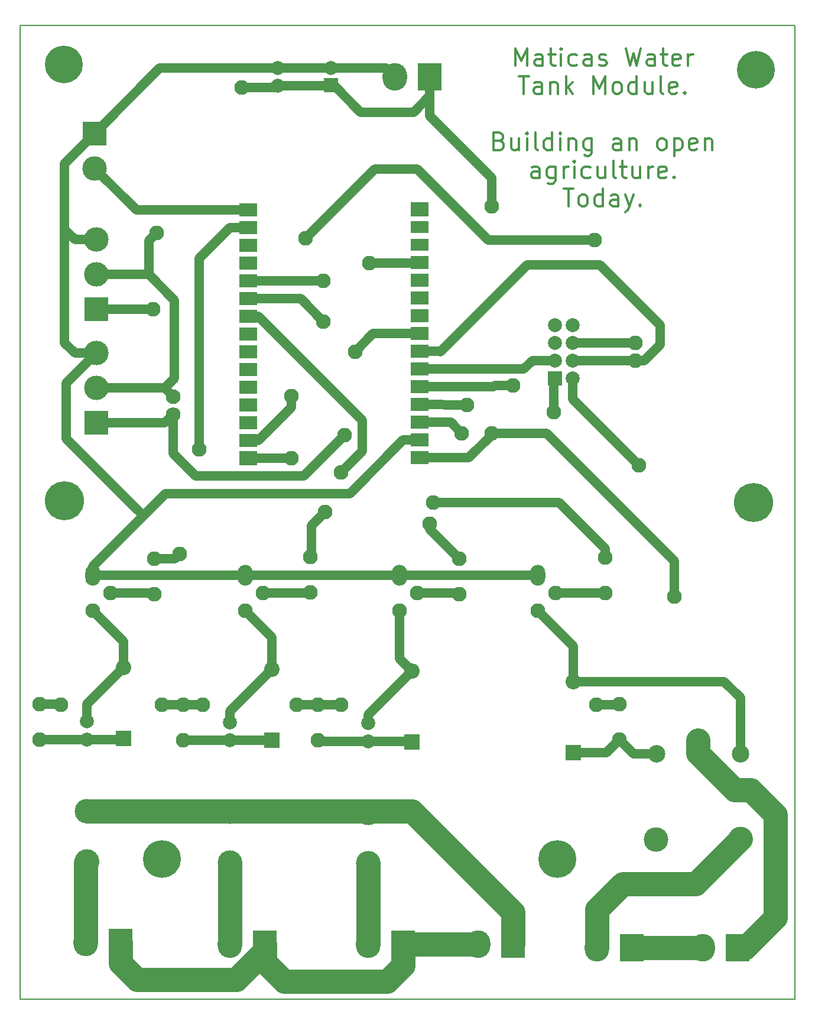
<source format=gbr>
%TF.GenerationSoftware,KiCad,Pcbnew,7.0.3*%
%TF.CreationDate,2023-06-20T17:45:45-05:00*%
%TF.ProjectId,intregration1,696e7472-6567-4726-9174-696f6e312e6b,rev?*%
%TF.SameCoordinates,Original*%
%TF.FileFunction,Copper,L1,Top*%
%TF.FilePolarity,Positive*%
%FSLAX46Y46*%
G04 Gerber Fmt 4.6, Leading zero omitted, Abs format (unit mm)*
G04 Created by KiCad (PCBNEW 7.0.3) date 2023-06-20 17:45:45*
%MOMM*%
%LPD*%
G01*
G04 APERTURE LIST*
%TA.AperFunction,NonConductor*%
%ADD10C,0.200000*%
%TD*%
%ADD11C,0.300000*%
%TA.AperFunction,NonConductor*%
%ADD12C,0.300000*%
%TD*%
%TA.AperFunction,ComponentPad*%
%ADD13C,2.125000*%
%TD*%
%TA.AperFunction,ComponentPad*%
%ADD14O,2.125000X2.125000*%
%TD*%
%TA.AperFunction,ComponentPad*%
%ADD15C,2.100000*%
%TD*%
%TA.AperFunction,ComponentPad*%
%ADD16O,2.125000X2.000000*%
%TD*%
%TA.AperFunction,ComponentPad*%
%ADD17R,2.200000X2.200000*%
%TD*%
%TA.AperFunction,ComponentPad*%
%ADD18O,2.200000X2.200000*%
%TD*%
%TA.AperFunction,ComponentPad*%
%ADD19R,3.500000X3.960000*%
%TD*%
%TA.AperFunction,ComponentPad*%
%ADD20O,3.500000X3.960000*%
%TD*%
%TA.AperFunction,ComponentPad*%
%ADD21C,5.600000*%
%TD*%
%TA.AperFunction,ComponentPad*%
%ADD22R,3.500000X3.500000*%
%TD*%
%TA.AperFunction,ComponentPad*%
%ADD23C,3.500000*%
%TD*%
%TA.AperFunction,ComponentPad*%
%ADD24C,5.400000*%
%TD*%
%TA.AperFunction,ComponentPad*%
%ADD25C,2.000000*%
%TD*%
%TA.AperFunction,ComponentPad*%
%ADD26R,2.540000X2.000000*%
%TD*%
%TA.AperFunction,ComponentPad*%
%ADD27R,2.540000X1.950000*%
%TD*%
%TA.AperFunction,ComponentPad*%
%ADD28O,2.125000X3.000000*%
%TD*%
%TA.AperFunction,ComponentPad*%
%ADD29R,2.540000X2.100000*%
%TD*%
%TA.AperFunction,ComponentPad*%
%ADD30R,2.540000X1.740000*%
%TD*%
%TA.AperFunction,ComponentPad*%
%ADD31C,3.000000*%
%TD*%
%TA.AperFunction,ComponentPad*%
%ADD32C,2.500000*%
%TD*%
%TA.AperFunction,ComponentPad*%
%ADD33R,2.000000X2.000000*%
%TD*%
%TA.AperFunction,ViaPad*%
%ADD34C,2.125000*%
%TD*%
%TA.AperFunction,Conductor*%
%ADD35C,1.330000*%
%TD*%
%TA.AperFunction,Conductor*%
%ADD36C,3.500000*%
%TD*%
G04 APERTURE END LIST*
D10*
X48006000Y-27940000D02*
X159004000Y-27940000D01*
X159004000Y-167386000D01*
X48006000Y-167386000D01*
X48006000Y-27940000D01*
D11*
D12*
X118955844Y-33750447D02*
X118955844Y-31250447D01*
X118955844Y-31250447D02*
X119789177Y-33036161D01*
X119789177Y-33036161D02*
X120622510Y-31250447D01*
X120622510Y-31250447D02*
X120622510Y-33750447D01*
X122884415Y-33750447D02*
X122884415Y-32440923D01*
X122884415Y-32440923D02*
X122765368Y-32202828D01*
X122765368Y-32202828D02*
X122527272Y-32083780D01*
X122527272Y-32083780D02*
X122051082Y-32083780D01*
X122051082Y-32083780D02*
X121812987Y-32202828D01*
X122884415Y-33631400D02*
X122646320Y-33750447D01*
X122646320Y-33750447D02*
X122051082Y-33750447D01*
X122051082Y-33750447D02*
X121812987Y-33631400D01*
X121812987Y-33631400D02*
X121693939Y-33393304D01*
X121693939Y-33393304D02*
X121693939Y-33155209D01*
X121693939Y-33155209D02*
X121812987Y-32917114D01*
X121812987Y-32917114D02*
X122051082Y-32798066D01*
X122051082Y-32798066D02*
X122646320Y-32798066D01*
X122646320Y-32798066D02*
X122884415Y-32679019D01*
X123717749Y-32083780D02*
X124670130Y-32083780D01*
X124074892Y-31250447D02*
X124074892Y-33393304D01*
X124074892Y-33393304D02*
X124193939Y-33631400D01*
X124193939Y-33631400D02*
X124432034Y-33750447D01*
X124432034Y-33750447D02*
X124670130Y-33750447D01*
X125503463Y-33750447D02*
X125503463Y-32083780D01*
X125503463Y-31250447D02*
X125384415Y-31369495D01*
X125384415Y-31369495D02*
X125503463Y-31488542D01*
X125503463Y-31488542D02*
X125622510Y-31369495D01*
X125622510Y-31369495D02*
X125503463Y-31250447D01*
X125503463Y-31250447D02*
X125503463Y-31488542D01*
X127765367Y-33631400D02*
X127527272Y-33750447D01*
X127527272Y-33750447D02*
X127051081Y-33750447D01*
X127051081Y-33750447D02*
X126812986Y-33631400D01*
X126812986Y-33631400D02*
X126693939Y-33512352D01*
X126693939Y-33512352D02*
X126574891Y-33274257D01*
X126574891Y-33274257D02*
X126574891Y-32559971D01*
X126574891Y-32559971D02*
X126693939Y-32321876D01*
X126693939Y-32321876D02*
X126812986Y-32202828D01*
X126812986Y-32202828D02*
X127051081Y-32083780D01*
X127051081Y-32083780D02*
X127527272Y-32083780D01*
X127527272Y-32083780D02*
X127765367Y-32202828D01*
X129908224Y-33750447D02*
X129908224Y-32440923D01*
X129908224Y-32440923D02*
X129789177Y-32202828D01*
X129789177Y-32202828D02*
X129551081Y-32083780D01*
X129551081Y-32083780D02*
X129074891Y-32083780D01*
X129074891Y-32083780D02*
X128836796Y-32202828D01*
X129908224Y-33631400D02*
X129670129Y-33750447D01*
X129670129Y-33750447D02*
X129074891Y-33750447D01*
X129074891Y-33750447D02*
X128836796Y-33631400D01*
X128836796Y-33631400D02*
X128717748Y-33393304D01*
X128717748Y-33393304D02*
X128717748Y-33155209D01*
X128717748Y-33155209D02*
X128836796Y-32917114D01*
X128836796Y-32917114D02*
X129074891Y-32798066D01*
X129074891Y-32798066D02*
X129670129Y-32798066D01*
X129670129Y-32798066D02*
X129908224Y-32679019D01*
X130979653Y-33631400D02*
X131217748Y-33750447D01*
X131217748Y-33750447D02*
X131693939Y-33750447D01*
X131693939Y-33750447D02*
X131932034Y-33631400D01*
X131932034Y-33631400D02*
X132051082Y-33393304D01*
X132051082Y-33393304D02*
X132051082Y-33274257D01*
X132051082Y-33274257D02*
X131932034Y-33036161D01*
X131932034Y-33036161D02*
X131693939Y-32917114D01*
X131693939Y-32917114D02*
X131336796Y-32917114D01*
X131336796Y-32917114D02*
X131098701Y-32798066D01*
X131098701Y-32798066D02*
X130979653Y-32559971D01*
X130979653Y-32559971D02*
X130979653Y-32440923D01*
X130979653Y-32440923D02*
X131098701Y-32202828D01*
X131098701Y-32202828D02*
X131336796Y-32083780D01*
X131336796Y-32083780D02*
X131693939Y-32083780D01*
X131693939Y-32083780D02*
X131932034Y-32202828D01*
X134789177Y-31250447D02*
X135384415Y-33750447D01*
X135384415Y-33750447D02*
X135860606Y-31964733D01*
X135860606Y-31964733D02*
X136336796Y-33750447D01*
X136336796Y-33750447D02*
X136932035Y-31250447D01*
X138955844Y-33750447D02*
X138955844Y-32440923D01*
X138955844Y-32440923D02*
X138836797Y-32202828D01*
X138836797Y-32202828D02*
X138598701Y-32083780D01*
X138598701Y-32083780D02*
X138122511Y-32083780D01*
X138122511Y-32083780D02*
X137884416Y-32202828D01*
X138955844Y-33631400D02*
X138717749Y-33750447D01*
X138717749Y-33750447D02*
X138122511Y-33750447D01*
X138122511Y-33750447D02*
X137884416Y-33631400D01*
X137884416Y-33631400D02*
X137765368Y-33393304D01*
X137765368Y-33393304D02*
X137765368Y-33155209D01*
X137765368Y-33155209D02*
X137884416Y-32917114D01*
X137884416Y-32917114D02*
X138122511Y-32798066D01*
X138122511Y-32798066D02*
X138717749Y-32798066D01*
X138717749Y-32798066D02*
X138955844Y-32679019D01*
X139789178Y-32083780D02*
X140741559Y-32083780D01*
X140146321Y-31250447D02*
X140146321Y-33393304D01*
X140146321Y-33393304D02*
X140265368Y-33631400D01*
X140265368Y-33631400D02*
X140503463Y-33750447D01*
X140503463Y-33750447D02*
X140741559Y-33750447D01*
X142527273Y-33631400D02*
X142289177Y-33750447D01*
X142289177Y-33750447D02*
X141812987Y-33750447D01*
X141812987Y-33750447D02*
X141574892Y-33631400D01*
X141574892Y-33631400D02*
X141455844Y-33393304D01*
X141455844Y-33393304D02*
X141455844Y-32440923D01*
X141455844Y-32440923D02*
X141574892Y-32202828D01*
X141574892Y-32202828D02*
X141812987Y-32083780D01*
X141812987Y-32083780D02*
X142289177Y-32083780D01*
X142289177Y-32083780D02*
X142527273Y-32202828D01*
X142527273Y-32202828D02*
X142646320Y-32440923D01*
X142646320Y-32440923D02*
X142646320Y-32679019D01*
X142646320Y-32679019D02*
X141455844Y-32917114D01*
X143717749Y-33750447D02*
X143717749Y-32083780D01*
X143717749Y-32559971D02*
X143836796Y-32321876D01*
X143836796Y-32321876D02*
X143955844Y-32202828D01*
X143955844Y-32202828D02*
X144193939Y-32083780D01*
X144193939Y-32083780D02*
X144432034Y-32083780D01*
X119432034Y-35275447D02*
X120860605Y-35275447D01*
X120146319Y-37775447D02*
X120146319Y-35275447D01*
X122765367Y-37775447D02*
X122765367Y-36465923D01*
X122765367Y-36465923D02*
X122646320Y-36227828D01*
X122646320Y-36227828D02*
X122408224Y-36108780D01*
X122408224Y-36108780D02*
X121932034Y-36108780D01*
X121932034Y-36108780D02*
X121693939Y-36227828D01*
X122765367Y-37656400D02*
X122527272Y-37775447D01*
X122527272Y-37775447D02*
X121932034Y-37775447D01*
X121932034Y-37775447D02*
X121693939Y-37656400D01*
X121693939Y-37656400D02*
X121574891Y-37418304D01*
X121574891Y-37418304D02*
X121574891Y-37180209D01*
X121574891Y-37180209D02*
X121693939Y-36942114D01*
X121693939Y-36942114D02*
X121932034Y-36823066D01*
X121932034Y-36823066D02*
X122527272Y-36823066D01*
X122527272Y-36823066D02*
X122765367Y-36704019D01*
X123955844Y-36108780D02*
X123955844Y-37775447D01*
X123955844Y-36346876D02*
X124074891Y-36227828D01*
X124074891Y-36227828D02*
X124312986Y-36108780D01*
X124312986Y-36108780D02*
X124670129Y-36108780D01*
X124670129Y-36108780D02*
X124908225Y-36227828D01*
X124908225Y-36227828D02*
X125027272Y-36465923D01*
X125027272Y-36465923D02*
X125027272Y-37775447D01*
X126217749Y-37775447D02*
X126217749Y-35275447D01*
X126455844Y-36823066D02*
X127170130Y-37775447D01*
X127170130Y-36108780D02*
X126217749Y-37061161D01*
X130146321Y-37775447D02*
X130146321Y-35275447D01*
X130146321Y-35275447D02*
X130979654Y-37061161D01*
X130979654Y-37061161D02*
X131812987Y-35275447D01*
X131812987Y-35275447D02*
X131812987Y-37775447D01*
X133360606Y-37775447D02*
X133122511Y-37656400D01*
X133122511Y-37656400D02*
X133003464Y-37537352D01*
X133003464Y-37537352D02*
X132884416Y-37299257D01*
X132884416Y-37299257D02*
X132884416Y-36584971D01*
X132884416Y-36584971D02*
X133003464Y-36346876D01*
X133003464Y-36346876D02*
X133122511Y-36227828D01*
X133122511Y-36227828D02*
X133360606Y-36108780D01*
X133360606Y-36108780D02*
X133717749Y-36108780D01*
X133717749Y-36108780D02*
X133955845Y-36227828D01*
X133955845Y-36227828D02*
X134074892Y-36346876D01*
X134074892Y-36346876D02*
X134193940Y-36584971D01*
X134193940Y-36584971D02*
X134193940Y-37299257D01*
X134193940Y-37299257D02*
X134074892Y-37537352D01*
X134074892Y-37537352D02*
X133955845Y-37656400D01*
X133955845Y-37656400D02*
X133717749Y-37775447D01*
X133717749Y-37775447D02*
X133360606Y-37775447D01*
X136336797Y-37775447D02*
X136336797Y-35275447D01*
X136336797Y-37656400D02*
X136098702Y-37775447D01*
X136098702Y-37775447D02*
X135622511Y-37775447D01*
X135622511Y-37775447D02*
X135384416Y-37656400D01*
X135384416Y-37656400D02*
X135265369Y-37537352D01*
X135265369Y-37537352D02*
X135146321Y-37299257D01*
X135146321Y-37299257D02*
X135146321Y-36584971D01*
X135146321Y-36584971D02*
X135265369Y-36346876D01*
X135265369Y-36346876D02*
X135384416Y-36227828D01*
X135384416Y-36227828D02*
X135622511Y-36108780D01*
X135622511Y-36108780D02*
X136098702Y-36108780D01*
X136098702Y-36108780D02*
X136336797Y-36227828D01*
X138598702Y-36108780D02*
X138598702Y-37775447D01*
X137527274Y-36108780D02*
X137527274Y-37418304D01*
X137527274Y-37418304D02*
X137646321Y-37656400D01*
X137646321Y-37656400D02*
X137884416Y-37775447D01*
X137884416Y-37775447D02*
X138241559Y-37775447D01*
X138241559Y-37775447D02*
X138479655Y-37656400D01*
X138479655Y-37656400D02*
X138598702Y-37537352D01*
X140146321Y-37775447D02*
X139908226Y-37656400D01*
X139908226Y-37656400D02*
X139789179Y-37418304D01*
X139789179Y-37418304D02*
X139789179Y-35275447D01*
X142051084Y-37656400D02*
X141812988Y-37775447D01*
X141812988Y-37775447D02*
X141336798Y-37775447D01*
X141336798Y-37775447D02*
X141098703Y-37656400D01*
X141098703Y-37656400D02*
X140979655Y-37418304D01*
X140979655Y-37418304D02*
X140979655Y-36465923D01*
X140979655Y-36465923D02*
X141098703Y-36227828D01*
X141098703Y-36227828D02*
X141336798Y-36108780D01*
X141336798Y-36108780D02*
X141812988Y-36108780D01*
X141812988Y-36108780D02*
X142051084Y-36227828D01*
X142051084Y-36227828D02*
X142170131Y-36465923D01*
X142170131Y-36465923D02*
X142170131Y-36704019D01*
X142170131Y-36704019D02*
X140979655Y-36942114D01*
X143241560Y-37537352D02*
X143360607Y-37656400D01*
X143360607Y-37656400D02*
X143241560Y-37775447D01*
X143241560Y-37775447D02*
X143122512Y-37656400D01*
X143122512Y-37656400D02*
X143241560Y-37537352D01*
X143241560Y-37537352D02*
X143241560Y-37775447D01*
X116693938Y-44515923D02*
X117051081Y-44634971D01*
X117051081Y-44634971D02*
X117170128Y-44754019D01*
X117170128Y-44754019D02*
X117289176Y-44992114D01*
X117289176Y-44992114D02*
X117289176Y-45349257D01*
X117289176Y-45349257D02*
X117170128Y-45587352D01*
X117170128Y-45587352D02*
X117051081Y-45706400D01*
X117051081Y-45706400D02*
X116812986Y-45825447D01*
X116812986Y-45825447D02*
X115860605Y-45825447D01*
X115860605Y-45825447D02*
X115860605Y-43325447D01*
X115860605Y-43325447D02*
X116693938Y-43325447D01*
X116693938Y-43325447D02*
X116932033Y-43444495D01*
X116932033Y-43444495D02*
X117051081Y-43563542D01*
X117051081Y-43563542D02*
X117170128Y-43801638D01*
X117170128Y-43801638D02*
X117170128Y-44039733D01*
X117170128Y-44039733D02*
X117051081Y-44277828D01*
X117051081Y-44277828D02*
X116932033Y-44396876D01*
X116932033Y-44396876D02*
X116693938Y-44515923D01*
X116693938Y-44515923D02*
X115860605Y-44515923D01*
X119432033Y-44158780D02*
X119432033Y-45825447D01*
X118360605Y-44158780D02*
X118360605Y-45468304D01*
X118360605Y-45468304D02*
X118479652Y-45706400D01*
X118479652Y-45706400D02*
X118717747Y-45825447D01*
X118717747Y-45825447D02*
X119074890Y-45825447D01*
X119074890Y-45825447D02*
X119312986Y-45706400D01*
X119312986Y-45706400D02*
X119432033Y-45587352D01*
X120622510Y-45825447D02*
X120622510Y-44158780D01*
X120622510Y-43325447D02*
X120503462Y-43444495D01*
X120503462Y-43444495D02*
X120622510Y-43563542D01*
X120622510Y-43563542D02*
X120741557Y-43444495D01*
X120741557Y-43444495D02*
X120622510Y-43325447D01*
X120622510Y-43325447D02*
X120622510Y-43563542D01*
X122170128Y-45825447D02*
X121932033Y-45706400D01*
X121932033Y-45706400D02*
X121812986Y-45468304D01*
X121812986Y-45468304D02*
X121812986Y-43325447D01*
X124193938Y-45825447D02*
X124193938Y-43325447D01*
X124193938Y-45706400D02*
X123955843Y-45825447D01*
X123955843Y-45825447D02*
X123479652Y-45825447D01*
X123479652Y-45825447D02*
X123241557Y-45706400D01*
X123241557Y-45706400D02*
X123122510Y-45587352D01*
X123122510Y-45587352D02*
X123003462Y-45349257D01*
X123003462Y-45349257D02*
X123003462Y-44634971D01*
X123003462Y-44634971D02*
X123122510Y-44396876D01*
X123122510Y-44396876D02*
X123241557Y-44277828D01*
X123241557Y-44277828D02*
X123479652Y-44158780D01*
X123479652Y-44158780D02*
X123955843Y-44158780D01*
X123955843Y-44158780D02*
X124193938Y-44277828D01*
X125384415Y-45825447D02*
X125384415Y-44158780D01*
X125384415Y-43325447D02*
X125265367Y-43444495D01*
X125265367Y-43444495D02*
X125384415Y-43563542D01*
X125384415Y-43563542D02*
X125503462Y-43444495D01*
X125503462Y-43444495D02*
X125384415Y-43325447D01*
X125384415Y-43325447D02*
X125384415Y-43563542D01*
X126574891Y-44158780D02*
X126574891Y-45825447D01*
X126574891Y-44396876D02*
X126693938Y-44277828D01*
X126693938Y-44277828D02*
X126932033Y-44158780D01*
X126932033Y-44158780D02*
X127289176Y-44158780D01*
X127289176Y-44158780D02*
X127527272Y-44277828D01*
X127527272Y-44277828D02*
X127646319Y-44515923D01*
X127646319Y-44515923D02*
X127646319Y-45825447D01*
X129908224Y-44158780D02*
X129908224Y-46182590D01*
X129908224Y-46182590D02*
X129789177Y-46420685D01*
X129789177Y-46420685D02*
X129670129Y-46539733D01*
X129670129Y-46539733D02*
X129432034Y-46658780D01*
X129432034Y-46658780D02*
X129074891Y-46658780D01*
X129074891Y-46658780D02*
X128836796Y-46539733D01*
X129908224Y-45706400D02*
X129670129Y-45825447D01*
X129670129Y-45825447D02*
X129193938Y-45825447D01*
X129193938Y-45825447D02*
X128955843Y-45706400D01*
X128955843Y-45706400D02*
X128836796Y-45587352D01*
X128836796Y-45587352D02*
X128717748Y-45349257D01*
X128717748Y-45349257D02*
X128717748Y-44634971D01*
X128717748Y-44634971D02*
X128836796Y-44396876D01*
X128836796Y-44396876D02*
X128955843Y-44277828D01*
X128955843Y-44277828D02*
X129193938Y-44158780D01*
X129193938Y-44158780D02*
X129670129Y-44158780D01*
X129670129Y-44158780D02*
X129908224Y-44277828D01*
X134074891Y-45825447D02*
X134074891Y-44515923D01*
X134074891Y-44515923D02*
X133955844Y-44277828D01*
X133955844Y-44277828D02*
X133717748Y-44158780D01*
X133717748Y-44158780D02*
X133241558Y-44158780D01*
X133241558Y-44158780D02*
X133003463Y-44277828D01*
X134074891Y-45706400D02*
X133836796Y-45825447D01*
X133836796Y-45825447D02*
X133241558Y-45825447D01*
X133241558Y-45825447D02*
X133003463Y-45706400D01*
X133003463Y-45706400D02*
X132884415Y-45468304D01*
X132884415Y-45468304D02*
X132884415Y-45230209D01*
X132884415Y-45230209D02*
X133003463Y-44992114D01*
X133003463Y-44992114D02*
X133241558Y-44873066D01*
X133241558Y-44873066D02*
X133836796Y-44873066D01*
X133836796Y-44873066D02*
X134074891Y-44754019D01*
X135265368Y-44158780D02*
X135265368Y-45825447D01*
X135265368Y-44396876D02*
X135384415Y-44277828D01*
X135384415Y-44277828D02*
X135622510Y-44158780D01*
X135622510Y-44158780D02*
X135979653Y-44158780D01*
X135979653Y-44158780D02*
X136217749Y-44277828D01*
X136217749Y-44277828D02*
X136336796Y-44515923D01*
X136336796Y-44515923D02*
X136336796Y-45825447D01*
X139789177Y-45825447D02*
X139551082Y-45706400D01*
X139551082Y-45706400D02*
X139432035Y-45587352D01*
X139432035Y-45587352D02*
X139312987Y-45349257D01*
X139312987Y-45349257D02*
X139312987Y-44634971D01*
X139312987Y-44634971D02*
X139432035Y-44396876D01*
X139432035Y-44396876D02*
X139551082Y-44277828D01*
X139551082Y-44277828D02*
X139789177Y-44158780D01*
X139789177Y-44158780D02*
X140146320Y-44158780D01*
X140146320Y-44158780D02*
X140384416Y-44277828D01*
X140384416Y-44277828D02*
X140503463Y-44396876D01*
X140503463Y-44396876D02*
X140622511Y-44634971D01*
X140622511Y-44634971D02*
X140622511Y-45349257D01*
X140622511Y-45349257D02*
X140503463Y-45587352D01*
X140503463Y-45587352D02*
X140384416Y-45706400D01*
X140384416Y-45706400D02*
X140146320Y-45825447D01*
X140146320Y-45825447D02*
X139789177Y-45825447D01*
X141693940Y-44158780D02*
X141693940Y-46658780D01*
X141693940Y-44277828D02*
X141932035Y-44158780D01*
X141932035Y-44158780D02*
X142408225Y-44158780D01*
X142408225Y-44158780D02*
X142646321Y-44277828D01*
X142646321Y-44277828D02*
X142765368Y-44396876D01*
X142765368Y-44396876D02*
X142884416Y-44634971D01*
X142884416Y-44634971D02*
X142884416Y-45349257D01*
X142884416Y-45349257D02*
X142765368Y-45587352D01*
X142765368Y-45587352D02*
X142646321Y-45706400D01*
X142646321Y-45706400D02*
X142408225Y-45825447D01*
X142408225Y-45825447D02*
X141932035Y-45825447D01*
X141932035Y-45825447D02*
X141693940Y-45706400D01*
X144908226Y-45706400D02*
X144670130Y-45825447D01*
X144670130Y-45825447D02*
X144193940Y-45825447D01*
X144193940Y-45825447D02*
X143955845Y-45706400D01*
X143955845Y-45706400D02*
X143836797Y-45468304D01*
X143836797Y-45468304D02*
X143836797Y-44515923D01*
X143836797Y-44515923D02*
X143955845Y-44277828D01*
X143955845Y-44277828D02*
X144193940Y-44158780D01*
X144193940Y-44158780D02*
X144670130Y-44158780D01*
X144670130Y-44158780D02*
X144908226Y-44277828D01*
X144908226Y-44277828D02*
X145027273Y-44515923D01*
X145027273Y-44515923D02*
X145027273Y-44754019D01*
X145027273Y-44754019D02*
X143836797Y-44992114D01*
X146098702Y-44158780D02*
X146098702Y-45825447D01*
X146098702Y-44396876D02*
X146217749Y-44277828D01*
X146217749Y-44277828D02*
X146455844Y-44158780D01*
X146455844Y-44158780D02*
X146812987Y-44158780D01*
X146812987Y-44158780D02*
X147051083Y-44277828D01*
X147051083Y-44277828D02*
X147170130Y-44515923D01*
X147170130Y-44515923D02*
X147170130Y-45825447D01*
X122408225Y-49850447D02*
X122408225Y-48540923D01*
X122408225Y-48540923D02*
X122289178Y-48302828D01*
X122289178Y-48302828D02*
X122051082Y-48183780D01*
X122051082Y-48183780D02*
X121574892Y-48183780D01*
X121574892Y-48183780D02*
X121336797Y-48302828D01*
X122408225Y-49731400D02*
X122170130Y-49850447D01*
X122170130Y-49850447D02*
X121574892Y-49850447D01*
X121574892Y-49850447D02*
X121336797Y-49731400D01*
X121336797Y-49731400D02*
X121217749Y-49493304D01*
X121217749Y-49493304D02*
X121217749Y-49255209D01*
X121217749Y-49255209D02*
X121336797Y-49017114D01*
X121336797Y-49017114D02*
X121574892Y-48898066D01*
X121574892Y-48898066D02*
X122170130Y-48898066D01*
X122170130Y-48898066D02*
X122408225Y-48779019D01*
X124670130Y-48183780D02*
X124670130Y-50207590D01*
X124670130Y-50207590D02*
X124551083Y-50445685D01*
X124551083Y-50445685D02*
X124432035Y-50564733D01*
X124432035Y-50564733D02*
X124193940Y-50683780D01*
X124193940Y-50683780D02*
X123836797Y-50683780D01*
X123836797Y-50683780D02*
X123598702Y-50564733D01*
X124670130Y-49731400D02*
X124432035Y-49850447D01*
X124432035Y-49850447D02*
X123955844Y-49850447D01*
X123955844Y-49850447D02*
X123717749Y-49731400D01*
X123717749Y-49731400D02*
X123598702Y-49612352D01*
X123598702Y-49612352D02*
X123479654Y-49374257D01*
X123479654Y-49374257D02*
X123479654Y-48659971D01*
X123479654Y-48659971D02*
X123598702Y-48421876D01*
X123598702Y-48421876D02*
X123717749Y-48302828D01*
X123717749Y-48302828D02*
X123955844Y-48183780D01*
X123955844Y-48183780D02*
X124432035Y-48183780D01*
X124432035Y-48183780D02*
X124670130Y-48302828D01*
X125860607Y-49850447D02*
X125860607Y-48183780D01*
X125860607Y-48659971D02*
X125979654Y-48421876D01*
X125979654Y-48421876D02*
X126098702Y-48302828D01*
X126098702Y-48302828D02*
X126336797Y-48183780D01*
X126336797Y-48183780D02*
X126574892Y-48183780D01*
X127408226Y-49850447D02*
X127408226Y-48183780D01*
X127408226Y-47350447D02*
X127289178Y-47469495D01*
X127289178Y-47469495D02*
X127408226Y-47588542D01*
X127408226Y-47588542D02*
X127527273Y-47469495D01*
X127527273Y-47469495D02*
X127408226Y-47350447D01*
X127408226Y-47350447D02*
X127408226Y-47588542D01*
X129670130Y-49731400D02*
X129432035Y-49850447D01*
X129432035Y-49850447D02*
X128955844Y-49850447D01*
X128955844Y-49850447D02*
X128717749Y-49731400D01*
X128717749Y-49731400D02*
X128598702Y-49612352D01*
X128598702Y-49612352D02*
X128479654Y-49374257D01*
X128479654Y-49374257D02*
X128479654Y-48659971D01*
X128479654Y-48659971D02*
X128598702Y-48421876D01*
X128598702Y-48421876D02*
X128717749Y-48302828D01*
X128717749Y-48302828D02*
X128955844Y-48183780D01*
X128955844Y-48183780D02*
X129432035Y-48183780D01*
X129432035Y-48183780D02*
X129670130Y-48302828D01*
X131812987Y-48183780D02*
X131812987Y-49850447D01*
X130741559Y-48183780D02*
X130741559Y-49493304D01*
X130741559Y-49493304D02*
X130860606Y-49731400D01*
X130860606Y-49731400D02*
X131098701Y-49850447D01*
X131098701Y-49850447D02*
X131455844Y-49850447D01*
X131455844Y-49850447D02*
X131693940Y-49731400D01*
X131693940Y-49731400D02*
X131812987Y-49612352D01*
X133360606Y-49850447D02*
X133122511Y-49731400D01*
X133122511Y-49731400D02*
X133003464Y-49493304D01*
X133003464Y-49493304D02*
X133003464Y-47350447D01*
X133955845Y-48183780D02*
X134908226Y-48183780D01*
X134312988Y-47350447D02*
X134312988Y-49493304D01*
X134312988Y-49493304D02*
X134432035Y-49731400D01*
X134432035Y-49731400D02*
X134670130Y-49850447D01*
X134670130Y-49850447D02*
X134908226Y-49850447D01*
X136812987Y-48183780D02*
X136812987Y-49850447D01*
X135741559Y-48183780D02*
X135741559Y-49493304D01*
X135741559Y-49493304D02*
X135860606Y-49731400D01*
X135860606Y-49731400D02*
X136098701Y-49850447D01*
X136098701Y-49850447D02*
X136455844Y-49850447D01*
X136455844Y-49850447D02*
X136693940Y-49731400D01*
X136693940Y-49731400D02*
X136812987Y-49612352D01*
X138003464Y-49850447D02*
X138003464Y-48183780D01*
X138003464Y-48659971D02*
X138122511Y-48421876D01*
X138122511Y-48421876D02*
X138241559Y-48302828D01*
X138241559Y-48302828D02*
X138479654Y-48183780D01*
X138479654Y-48183780D02*
X138717749Y-48183780D01*
X140503464Y-49731400D02*
X140265368Y-49850447D01*
X140265368Y-49850447D02*
X139789178Y-49850447D01*
X139789178Y-49850447D02*
X139551083Y-49731400D01*
X139551083Y-49731400D02*
X139432035Y-49493304D01*
X139432035Y-49493304D02*
X139432035Y-48540923D01*
X139432035Y-48540923D02*
X139551083Y-48302828D01*
X139551083Y-48302828D02*
X139789178Y-48183780D01*
X139789178Y-48183780D02*
X140265368Y-48183780D01*
X140265368Y-48183780D02*
X140503464Y-48302828D01*
X140503464Y-48302828D02*
X140622511Y-48540923D01*
X140622511Y-48540923D02*
X140622511Y-48779019D01*
X140622511Y-48779019D02*
X139432035Y-49017114D01*
X141693940Y-49612352D02*
X141812987Y-49731400D01*
X141812987Y-49731400D02*
X141693940Y-49850447D01*
X141693940Y-49850447D02*
X141574892Y-49731400D01*
X141574892Y-49731400D02*
X141693940Y-49612352D01*
X141693940Y-49612352D02*
X141693940Y-49850447D01*
X125860606Y-51375447D02*
X127289177Y-51375447D01*
X126574891Y-53875447D02*
X126574891Y-51375447D01*
X128479653Y-53875447D02*
X128241558Y-53756400D01*
X128241558Y-53756400D02*
X128122511Y-53637352D01*
X128122511Y-53637352D02*
X128003463Y-53399257D01*
X128003463Y-53399257D02*
X128003463Y-52684971D01*
X128003463Y-52684971D02*
X128122511Y-52446876D01*
X128122511Y-52446876D02*
X128241558Y-52327828D01*
X128241558Y-52327828D02*
X128479653Y-52208780D01*
X128479653Y-52208780D02*
X128836796Y-52208780D01*
X128836796Y-52208780D02*
X129074892Y-52327828D01*
X129074892Y-52327828D02*
X129193939Y-52446876D01*
X129193939Y-52446876D02*
X129312987Y-52684971D01*
X129312987Y-52684971D02*
X129312987Y-53399257D01*
X129312987Y-53399257D02*
X129193939Y-53637352D01*
X129193939Y-53637352D02*
X129074892Y-53756400D01*
X129074892Y-53756400D02*
X128836796Y-53875447D01*
X128836796Y-53875447D02*
X128479653Y-53875447D01*
X131455844Y-53875447D02*
X131455844Y-51375447D01*
X131455844Y-53756400D02*
X131217749Y-53875447D01*
X131217749Y-53875447D02*
X130741558Y-53875447D01*
X130741558Y-53875447D02*
X130503463Y-53756400D01*
X130503463Y-53756400D02*
X130384416Y-53637352D01*
X130384416Y-53637352D02*
X130265368Y-53399257D01*
X130265368Y-53399257D02*
X130265368Y-52684971D01*
X130265368Y-52684971D02*
X130384416Y-52446876D01*
X130384416Y-52446876D02*
X130503463Y-52327828D01*
X130503463Y-52327828D02*
X130741558Y-52208780D01*
X130741558Y-52208780D02*
X131217749Y-52208780D01*
X131217749Y-52208780D02*
X131455844Y-52327828D01*
X133717749Y-53875447D02*
X133717749Y-52565923D01*
X133717749Y-52565923D02*
X133598702Y-52327828D01*
X133598702Y-52327828D02*
X133360606Y-52208780D01*
X133360606Y-52208780D02*
X132884416Y-52208780D01*
X132884416Y-52208780D02*
X132646321Y-52327828D01*
X133717749Y-53756400D02*
X133479654Y-53875447D01*
X133479654Y-53875447D02*
X132884416Y-53875447D01*
X132884416Y-53875447D02*
X132646321Y-53756400D01*
X132646321Y-53756400D02*
X132527273Y-53518304D01*
X132527273Y-53518304D02*
X132527273Y-53280209D01*
X132527273Y-53280209D02*
X132646321Y-53042114D01*
X132646321Y-53042114D02*
X132884416Y-52923066D01*
X132884416Y-52923066D02*
X133479654Y-52923066D01*
X133479654Y-52923066D02*
X133717749Y-52804019D01*
X134670130Y-52208780D02*
X135265368Y-53875447D01*
X135860607Y-52208780D02*
X135265368Y-53875447D01*
X135265368Y-53875447D02*
X135027273Y-54470685D01*
X135027273Y-54470685D02*
X134908226Y-54589733D01*
X134908226Y-54589733D02*
X134670130Y-54708780D01*
X136812988Y-53637352D02*
X136932035Y-53756400D01*
X136932035Y-53756400D02*
X136812988Y-53875447D01*
X136812988Y-53875447D02*
X136693940Y-53756400D01*
X136693940Y-53756400D02*
X136812988Y-53637352D01*
X136812988Y-53637352D02*
X136812988Y-53875447D01*
D13*
%TO.P,R6,1*%
%TO.N,Net-(D1-K)*%
X50800000Y-130252000D03*
D14*
%TO.P,R6,2*%
%TO.N,5v*%
X50800000Y-125172000D03*
%TD*%
D15*
%TO.P,R1,1*%
%TO.N,5v*%
X69957500Y-81147500D03*
D16*
%TO.P,R1,2*%
%TO.N,D25*%
X69957500Y-83687500D03*
%TD*%
D17*
%TO.P,D2,1,K*%
%TO.N,Net-(D2-K)*%
X104140000Y-130556000D03*
D18*
%TO.P,D2,2,A*%
%TO.N,Net-(D2-A)*%
X104140000Y-120396000D03*
%TD*%
D13*
%TO.P,R2,1*%
%TO.N,D22*%
X67230000Y-104317000D03*
D14*
%TO.P,R2,2*%
%TO.N,Net-(Q1-B)*%
X67230000Y-109397000D03*
%TD*%
D19*
%TO.P,J_fan1,1,Pin_1*%
%TO.N,AC2*%
X62404000Y-159258000D03*
D20*
%TO.P,J_fan1,2,Pin_2*%
%TO.N,Net-(J_fan1-Pin_2)*%
X57404000Y-159258000D03*
%TD*%
D19*
%TO.P,5V1,1,Pin_1*%
%TO.N,5v*%
X106717000Y-35352000D03*
D20*
%TO.P,5V1,2,Pin_2*%
%TO.N,GND5V*%
X101717000Y-35352000D03*
%TD*%
D13*
%TO.P,R5,1*%
%TO.N,D21*%
X131826000Y-104190000D03*
D14*
%TO.P,R5,2*%
%TO.N,Net-(Q4-B)*%
X131826000Y-109270000D03*
%TD*%
D19*
%TO.P,J_LOAD2,1,Pin_1*%
%TO.N,GND LOAD*%
X135665000Y-160020000D03*
D20*
%TO.P,J_LOAD2,2,Pin_2*%
%TO.N,Normally O*%
X130665000Y-160020000D03*
%TD*%
D21*
%TO.P,H6,1*%
%TO.N,N/C*%
X54356000Y-96012000D03*
%TD*%
D22*
%TO.P,J2,1,Pin_1*%
%TO.N,D34*%
X58889000Y-68651500D03*
D23*
%TO.P,J2,2,Pin_2*%
%TO.N,5v*%
X58889000Y-63651500D03*
%TO.P,J2,3,Pin_3*%
%TO.N,GND5V*%
X58889000Y-58651500D03*
%TD*%
D24*
%TO.P,H2,1*%
%TO.N,N/C*%
X153416000Y-34290000D03*
%TD*%
D25*
%TO.P,C2,1*%
%TO.N,5v*%
X84953000Y-36602000D03*
%TO.P,C2,2*%
%TO.N,GND5V*%
X84953000Y-34102000D03*
%TD*%
D22*
%TO.P,J1,1,Pin_1*%
%TO.N,D25*%
X58889000Y-84907500D03*
D23*
%TO.P,J1,2,Pin_2*%
%TO.N,5v*%
X58889000Y-79907500D03*
%TO.P,J1,3,Pin_3*%
%TO.N,GND5V*%
X58889000Y-74907500D03*
%TD*%
D19*
%TO.P,J_AC_INPUT1,1,Pin_1*%
%TO.N,AC1*%
X118618000Y-159512000D03*
D20*
%TO.P,J_AC_INPUT1,2,Pin_2*%
%TO.N,AC2*%
X113618000Y-159512000D03*
%TD*%
D19*
%TO.P,J_LOAD1,1,Pin_1*%
%TO.N,LOAD IN*%
X150825000Y-160020000D03*
D20*
%TO.P,J_LOAD1,2,Pin_2*%
%TO.N,GND LOAD*%
X145825000Y-160020000D03*
%TD*%
D26*
%TO.P,J_esp1,1,Pin_1*%
%TO.N,3V3*%
X80674500Y-89962000D03*
D27*
%TO.P,J_esp1,2,Pin_2*%
%TO.N,GND2*%
X80674500Y-87422000D03*
%TO.P,J_esp1,3,Pin_3*%
%TO.N,D15*%
X80674500Y-84882000D03*
%TO.P,J_esp1,4,Pin_4*%
%TO.N,D2*%
X80674500Y-82342000D03*
%TO.P,J_esp1,5,Pin_5*%
%TO.N,D4*%
X80674500Y-79802000D03*
%TO.P,J_esp1,6,Pin_6*%
%TO.N,RX2*%
X80674500Y-77262000D03*
%TO.P,J_esp1,7,Pin_7*%
%TO.N,TX2*%
X80674500Y-74722000D03*
%TO.P,J_esp1,8,Pin_8*%
%TO.N,D5*%
X80674500Y-72182000D03*
%TO.P,J_esp1,9,Pin_9*%
%TO.N,D18*%
X80674500Y-69642000D03*
%TO.P,J_esp1,10,Pin_10*%
%TO.N,D19*%
X80674500Y-67102000D03*
%TO.P,J_esp1,11,Pin_11*%
%TO.N,D21*%
X80674500Y-64562000D03*
%TO.P,J_esp1,12,Pin_12*%
%TO.N,RX0*%
X80674500Y-62022000D03*
%TO.P,J_esp1,13,Pin_13*%
%TO.N,TX0*%
X80674500Y-59482000D03*
%TO.P,J_esp1,14,Pin_14*%
%TO.N,D22*%
X80674500Y-56942000D03*
%TO.P,J_esp1,15,Pin_15*%
%TO.N,D23*%
X80674500Y-54402000D03*
%TD*%
D28*
%TO.P,Q2,1,E*%
%TO.N,GND5V*%
X102362000Y-106680000D03*
D14*
%TO.P,Q2,2,B*%
%TO.N,Net-(Q2-B)*%
X104902000Y-109220000D03*
%TO.P,Q2,3,C*%
%TO.N,Net-(D2-A)*%
X102362000Y-111760000D03*
%TD*%
D22*
%TO.P,J4,1,Pin_1*%
%TO.N,GND5V*%
X58674000Y-43434000D03*
D23*
%TO.P,J4,2,Pin_2*%
%TO.N,D23*%
X58674000Y-48434000D03*
%TD*%
D17*
%TO.P,D3,1,K*%
%TO.N,Net-(D3-K)*%
X84074000Y-130302000D03*
D18*
%TO.P,D3,2,A*%
%TO.N,Net-(D3-A)*%
X84074000Y-120142000D03*
%TD*%
D29*
%TO.P,J_esp0,1,Pin_1*%
%TO.N,EN*%
X105215000Y-54323000D03*
D30*
%TO.P,J_esp0,2,Pin_2*%
%TO.N,VP*%
X105215000Y-56863000D03*
%TO.P,J_esp0,3,Pin_3*%
%TO.N,VN*%
X105215000Y-59403000D03*
D27*
%TO.P,J_esp0,4,Pin_4*%
%TO.N,D34*%
X105215000Y-61943000D03*
%TO.P,J_esp0,5,Pin_5*%
%TO.N,D35*%
X105215000Y-64483000D03*
%TO.P,J_esp0,6,Pin_6*%
%TO.N,D32*%
X105215000Y-67023000D03*
%TO.P,J_esp0,7,Pin_7*%
%TO.N,D33*%
X105215000Y-69563000D03*
%TO.P,J_esp0,8,Pin_8*%
%TO.N,D25*%
X105215000Y-72103000D03*
%TO.P,J_esp0,9,Pin_9*%
%TO.N,D26*%
X105215000Y-74643000D03*
%TO.P,J_esp0,10,Pin_10*%
%TO.N,D27*%
X105215000Y-77183000D03*
%TO.P,J_esp0,11,Pin_11*%
%TO.N,D14*%
X105215000Y-79723000D03*
%TO.P,J_esp0,12,Pin_12*%
%TO.N,D12*%
X105215000Y-82263000D03*
%TO.P,J_esp0,13,Pin_13*%
%TO.N,D13*%
X105215000Y-84803000D03*
%TO.P,J_esp0,14,Pin_14*%
%TO.N,GND5V*%
X105215000Y-87343000D03*
%TO.P,J_esp0,15,Pin_15*%
%TO.N,5v*%
X105215000Y-89883000D03*
%TD*%
D23*
%TO.P,U_wpump1,11*%
%TO.N,AC1*%
X97870000Y-140716000D03*
%TO.P,U_wpump1,14*%
%TO.N,Net-(J_wpump1-Pin_2)*%
X97870000Y-147955000D03*
D25*
%TO.P,U_wpump1,A1*%
%TO.N,Net-(D2-K)*%
X97870000Y-130470000D03*
%TO.P,U_wpump1,A2*%
%TO.N,Net-(D2-A)*%
X97870000Y-127889000D03*
%TD*%
D13*
%TO.P,R3,1*%
%TO.N,D18*%
X110918000Y-104317000D03*
D14*
%TO.P,R3,2*%
%TO.N,Net-(Q2-B)*%
X110918000Y-109397000D03*
%TD*%
D19*
%TO.P,J_oxygen1,1,Pin_1*%
%TO.N,AC2*%
X83058000Y-159512000D03*
D20*
%TO.P,J_oxygen1,2,Pin_2*%
%TO.N,Net-(J_oxygen1-Pin_2)*%
X78058000Y-159512000D03*
%TD*%
D24*
%TO.P,H1,1*%
%TO.N,N/C*%
X54256000Y-33528000D03*
%TD*%
D28*
%TO.P,Q1,1,E*%
%TO.N,GND5V*%
X58420000Y-106680000D03*
D14*
%TO.P,Q1,2,B*%
%TO.N,Net-(Q1-B)*%
X60960000Y-109220000D03*
%TO.P,Q1,3,C*%
%TO.N,Net-(D1-A)*%
X58420000Y-111760000D03*
%TD*%
D17*
%TO.P,D4,1,K*%
%TO.N,Net-(D4-K)*%
X127254000Y-132080000D03*
D18*
%TO.P,D4,2,A*%
%TO.N,Net-(D4-A)*%
X127254000Y-121920000D03*
%TD*%
D17*
%TO.P,D1,1,K*%
%TO.N,Net-(D1-K)*%
X62861000Y-130048000D03*
D18*
%TO.P,D1,2,A*%
%TO.N,Net-(D1-A)*%
X62861000Y-119888000D03*
%TD*%
D24*
%TO.P,H3,1*%
%TO.N,N/C*%
X68326000Y-147320000D03*
%TD*%
D31*
%TO.P,K_LIGHTS1,1*%
%TO.N,LOAD IN*%
X145141000Y-130326000D03*
D32*
%TO.P,K_LIGHTS1,2*%
%TO.N,Net-(D4-A)*%
X151191000Y-132276000D03*
D23*
%TO.P,K_LIGHTS1,3*%
%TO.N,Normally O*%
X151191000Y-144476000D03*
%TO.P,K_LIGHTS1,4*%
%TO.N,Normally C*%
X139141000Y-144526000D03*
D32*
%TO.P,K_LIGHTS1,5*%
%TO.N,Net-(D4-K)*%
X139191000Y-132276000D03*
%TD*%
D19*
%TO.P,J_wpump1,1,Pin_1*%
%TO.N,AC2*%
X102870000Y-159512000D03*
D20*
%TO.P,J_wpump1,2,Pin_2*%
%TO.N,Net-(J_wpump1-Pin_2)*%
X97870000Y-159512000D03*
%TD*%
D33*
%TO.P,C1,1*%
%TO.N,5v*%
X92573000Y-36557113D03*
D25*
%TO.P,C1,2*%
%TO.N,GND5V*%
X92573000Y-34057113D03*
%TD*%
D28*
%TO.P,Q3,1,E*%
%TO.N,GND5V*%
X80264000Y-106680000D03*
D14*
%TO.P,Q3,2,B*%
%TO.N,Net-(Q3-B)*%
X82804000Y-109220000D03*
%TO.P,Q3,3,C*%
%TO.N,Net-(D3-A)*%
X80264000Y-111760000D03*
%TD*%
D24*
%TO.P,H4,1*%
%TO.N,N/C*%
X124968000Y-147320000D03*
%TD*%
D13*
%TO.P,R7,1*%
%TO.N,Net-(D2-K)*%
X90678000Y-130295750D03*
D14*
%TO.P,R7,2*%
%TO.N,5v*%
X90678000Y-125215750D03*
%TD*%
D23*
%TO.P,U_oxygen1,11*%
%TO.N,AC1*%
X78058000Y-140589000D03*
%TO.P,U_oxygen1,14*%
%TO.N,Net-(J_oxygen1-Pin_2)*%
X78058000Y-147828000D03*
D25*
%TO.P,U_oxygen1,A1*%
%TO.N,Net-(D3-K)*%
X78058000Y-130343000D03*
%TO.P,U_oxygen1,A2*%
%TO.N,Net-(D3-A)*%
X78058000Y-127762000D03*
%TD*%
D13*
%TO.P,R4,1*%
%TO.N,D19*%
X89582000Y-104063000D03*
D14*
%TO.P,R4,2*%
%TO.N,Net-(Q3-B)*%
X89582000Y-109143000D03*
%TD*%
D13*
%TO.P,R9,1*%
%TO.N,Net-(D4-K)*%
X133858000Y-130252000D03*
D14*
%TO.P,R9,2*%
%TO.N,5v*%
X133858000Y-125172000D03*
%TD*%
D28*
%TO.P,Q4,1,E*%
%TO.N,GND5V*%
X122174000Y-106680000D03*
D14*
%TO.P,Q4,2,B*%
%TO.N,Net-(Q4-B)*%
X124714000Y-109220000D03*
%TO.P,Q4,3,C*%
%TO.N,Net-(D4-A)*%
X122174000Y-111760000D03*
%TD*%
D21*
%TO.P,H5,1*%
%TO.N,N/C*%
X153041000Y-96266000D03*
%TD*%
D33*
%TO.P,U2,1,GND*%
%TO.N,GND2*%
X124668000Y-78523000D03*
D25*
%TO.P,U2,2,VCC*%
%TO.N,3V3*%
X127208000Y-78523000D03*
%TO.P,U2,3,CE*%
%TO.N,D27*%
X124668000Y-75983000D03*
%TO.P,U2,4,~{CSN}*%
%TO.N,D26*%
X127208000Y-75983000D03*
%TO.P,U2,5,SCK*%
%TO.N,D14*%
X124668000Y-73443000D03*
%TO.P,U2,6,MOSI*%
%TO.N,D13*%
X127208000Y-73443000D03*
%TO.P,U2,7,MISO*%
%TO.N,D12*%
X124668000Y-70903000D03*
%TO.P,U2,8,IRQ*%
%TO.N,unconnected-(U2-IRQ-Pad8)*%
X127208000Y-70903000D03*
%TD*%
D23*
%TO.P,U_fan1,11*%
%TO.N,AC1*%
X57607000Y-140462000D03*
%TO.P,U_fan1,14*%
%TO.N,Net-(J_fan1-Pin_2)*%
X57607000Y-147701000D03*
D25*
%TO.P,U_fan1,A1*%
%TO.N,Net-(D1-K)*%
X57607000Y-130216000D03*
%TO.P,U_fan1,A2*%
%TO.N,Net-(D1-A)*%
X57607000Y-127635000D03*
%TD*%
D13*
%TO.P,R8,1*%
%TO.N,Net-(D3-K)*%
X71374000Y-130295750D03*
D14*
%TO.P,R8,2*%
%TO.N,5v*%
X71374000Y-125215750D03*
%TD*%
D34*
%TO.N,5v*%
X79756000Y-36830000D03*
X87630000Y-125222000D03*
X67564000Y-57658000D03*
X115570000Y-53848000D03*
X68326000Y-125222000D03*
X141732000Y-109728000D03*
X74168000Y-125222000D03*
X115570000Y-86360000D03*
X130556000Y-125222000D03*
X93980000Y-125222000D03*
X53848000Y-125222000D03*
%TO.N,D25*%
X94488000Y-86614000D03*
X96012000Y-74676000D03*
%TO.N,D34*%
X98044000Y-61976000D03*
X67056000Y-68580000D03*
%TO.N,D26*%
X136144000Y-75946000D03*
%TO.N,D14*%
X118618000Y-79502000D03*
%TO.N,D12*%
X112014000Y-82296000D03*
%TO.N,D13*%
X136144000Y-73406000D03*
X111252000Y-86360000D03*
%TO.N,3V3*%
X86868000Y-89916000D03*
X136652000Y-90932000D03*
%TO.N,GND2*%
X86868000Y-81026000D03*
X130302000Y-58674000D03*
X124460000Y-83312000D03*
X88900000Y-58420000D03*
%TO.N,D18*%
X106680000Y-99314000D03*
X93980000Y-91948000D03*
%TO.N,D19*%
X91440000Y-70358000D03*
X91694000Y-97685000D03*
%TO.N,D21*%
X107188000Y-96266000D03*
X91440000Y-64516000D03*
%TO.N,D22*%
X73660000Y-88646000D03*
X70866000Y-103632000D03*
%TD*%
D35*
%TO.N,5v*%
X92945113Y-36557113D02*
X96774000Y-40386000D01*
X106717000Y-40931000D02*
X106717000Y-35352000D01*
X66445500Y-58776500D02*
X67564000Y-57658000D01*
X73914000Y-125222000D02*
X68326000Y-125222000D01*
X96774000Y-40386000D02*
X104394000Y-40386000D01*
X70104000Y-67310000D02*
X66445500Y-63651500D01*
X115570000Y-86614000D02*
X112301000Y-89883000D01*
X115570000Y-49784000D02*
X106717000Y-40931000D01*
X53798000Y-125172000D02*
X53848000Y-125222000D01*
X104394000Y-40386000D02*
X106717000Y-38063000D01*
X92528113Y-36602000D02*
X92573000Y-36557113D01*
X87630000Y-125222000D02*
X87680000Y-125172000D01*
X115570000Y-53848000D02*
X115570000Y-49784000D01*
X130556000Y-125222000D02*
X133808000Y-125222000D01*
X141732000Y-104648000D02*
X123444000Y-86360000D01*
X133808000Y-125222000D02*
X133858000Y-125172000D01*
X68717500Y-79907500D02*
X70104000Y-78521000D01*
X87630000Y-125222000D02*
X93980000Y-125222000D01*
X123444000Y-86360000D02*
X115570000Y-86360000D01*
X84725000Y-36830000D02*
X84953000Y-36602000D01*
X66445500Y-63651500D02*
X58889000Y-63651500D01*
X50800000Y-125172000D02*
X53798000Y-125172000D01*
X141732000Y-109728000D02*
X141732000Y-104648000D01*
X58889000Y-79907500D02*
X68717500Y-79907500D01*
X112301000Y-89883000D02*
X105215000Y-89883000D01*
X92573000Y-36557113D02*
X92945113Y-36557113D01*
X79756000Y-36830000D02*
X84725000Y-36830000D01*
X115570000Y-86360000D02*
X115570000Y-86614000D01*
X73864000Y-125172000D02*
X73914000Y-125222000D01*
X84953000Y-36602000D02*
X92528113Y-36602000D01*
X68717500Y-79907500D02*
X69957500Y-81147500D01*
X106717000Y-38063000D02*
X106717000Y-35352000D01*
X70104000Y-78521000D02*
X70104000Y-67310000D01*
X66445500Y-63651500D02*
X66445500Y-58776500D01*
%TO.N,GND5V*%
X92528113Y-34102000D02*
X92573000Y-34057113D01*
X84953000Y-34102000D02*
X92528113Y-34102000D01*
X95250000Y-94996000D02*
X102903000Y-87343000D01*
X58889000Y-74907500D02*
X54610000Y-79186500D01*
X58420000Y-105410000D02*
X65659000Y-98171000D01*
X58420000Y-106680000D02*
X122174000Y-106680000D01*
X54356000Y-57150000D02*
X54356000Y-73406000D01*
X58420000Y-106680000D02*
X58420000Y-105410000D01*
X58674000Y-43434000D02*
X54356000Y-47752000D01*
X102903000Y-87343000D02*
X105215000Y-87343000D01*
X54356000Y-73406000D02*
X55857500Y-74907500D01*
X55857500Y-74907500D02*
X58889000Y-74907500D01*
X65659000Y-98171000D02*
X68834000Y-94996000D01*
X101717000Y-35352000D02*
X100422113Y-34057113D01*
X54356000Y-57150000D02*
X55857500Y-58651500D01*
X68834000Y-94996000D02*
X95250000Y-94996000D01*
X55857500Y-58651500D02*
X58889000Y-58651500D01*
X54610000Y-87122000D02*
X64516000Y-97028000D01*
X68006000Y-34102000D02*
X58674000Y-43434000D01*
X65659000Y-98171000D02*
X64516000Y-97028000D01*
X54356000Y-47752000D02*
X54356000Y-57150000D01*
X84953000Y-34102000D02*
X68006000Y-34102000D01*
X100422113Y-34057113D02*
X92573000Y-34057113D01*
X54610000Y-79186500D02*
X54610000Y-87122000D01*
%TO.N,D25*%
X96012000Y-74676000D02*
X98585000Y-72103000D01*
X88646000Y-92456000D02*
X73152000Y-92456000D01*
X68737500Y-84907500D02*
X69957500Y-83687500D01*
X69957500Y-89261500D02*
X69957500Y-83687500D01*
X58889000Y-84907500D02*
X68737500Y-84907500D01*
X94488000Y-86614000D02*
X88646000Y-92456000D01*
X98585000Y-72103000D02*
X105215000Y-72103000D01*
X73152000Y-92456000D02*
X69957500Y-89261500D01*
%TO.N,D34*%
X105182000Y-61976000D02*
X105215000Y-61943000D01*
X58889000Y-68651500D02*
X66984500Y-68651500D01*
X98044000Y-61976000D02*
X105182000Y-61976000D01*
X66984500Y-68651500D02*
X67056000Y-68580000D01*
D36*
%TO.N,AC1*%
X104140000Y-140462000D02*
X118618000Y-154940000D01*
X57607000Y-140462000D02*
X104140000Y-140462000D01*
X118618000Y-154940000D02*
X118618000Y-159512000D01*
%TO.N,AC2*%
X83058000Y-160502000D02*
X83058000Y-159512000D01*
X100584000Y-164846000D02*
X102870000Y-162560000D01*
X62404000Y-162226000D02*
X64770000Y-164592000D01*
X102870000Y-162560000D02*
X102870000Y-159512000D01*
X113618000Y-159512000D02*
X102870000Y-159512000D01*
X83058000Y-162052000D02*
X85852000Y-164846000D01*
X64770000Y-164592000D02*
X78968000Y-164592000D01*
X83058000Y-159512000D02*
X83058000Y-162052000D01*
X78968000Y-164592000D02*
X83058000Y-160502000D01*
X85852000Y-164846000D02*
X100584000Y-164846000D01*
X62404000Y-159258000D02*
X62404000Y-162226000D01*
D35*
%TO.N,D26*%
X120650000Y-62230000D02*
X108204000Y-74676000D01*
X108171000Y-74643000D02*
X105215000Y-74643000D01*
X136144000Y-75946000D02*
X136107000Y-75983000D01*
X139700000Y-70866000D02*
X131064000Y-62230000D01*
X136144000Y-75946000D02*
X137414000Y-75946000D01*
X139700000Y-73660000D02*
X139700000Y-70866000D01*
X136107000Y-75983000D02*
X127208000Y-75983000D01*
X131064000Y-62230000D02*
X120650000Y-62230000D01*
X137414000Y-75946000D02*
X139700000Y-73660000D01*
X108204000Y-74676000D02*
X108171000Y-74643000D01*
%TO.N,D27*%
X121375000Y-75983000D02*
X124668000Y-75983000D01*
X120175000Y-77183000D02*
X121375000Y-75983000D01*
X105215000Y-77183000D02*
X120175000Y-77183000D01*
%TO.N,D14*%
X115791000Y-79723000D02*
X116012000Y-79502000D01*
X115791000Y-79723000D02*
X105215000Y-79723000D01*
X116012000Y-79502000D02*
X118618000Y-79502000D01*
%TO.N,D12*%
X105215000Y-82263000D02*
X112014000Y-82296000D01*
X112014000Y-82296000D02*
X111981000Y-82263000D01*
%TO.N,D13*%
X136144000Y-73406000D02*
X136107000Y-73443000D01*
X136107000Y-73443000D02*
X127208000Y-73443000D01*
X109695000Y-84803000D02*
X105215000Y-84803000D01*
X111252000Y-86360000D02*
X109695000Y-84803000D01*
%TO.N,3V3*%
X127208000Y-81488000D02*
X127208000Y-78523000D01*
X86822000Y-89962000D02*
X86868000Y-89916000D01*
X80674500Y-89962000D02*
X86822000Y-89962000D01*
X136652000Y-90932000D02*
X127208000Y-81488000D01*
%TO.N,GND2*%
X88900000Y-58420000D02*
X98806000Y-48514000D01*
X124460000Y-78731000D02*
X124668000Y-78523000D01*
X82109500Y-87422000D02*
X86868000Y-82663500D01*
X86868000Y-82663500D02*
X86868000Y-81026000D01*
X115062000Y-58674000D02*
X130302000Y-58674000D01*
X104902000Y-48514000D02*
X115062000Y-58674000D01*
X98806000Y-48514000D02*
X104902000Y-48514000D01*
X124460000Y-83312000D02*
X124460000Y-78731000D01*
X80674500Y-87422000D02*
X82109500Y-87422000D01*
%TO.N,D18*%
X82109500Y-69642000D02*
X80674500Y-69642000D01*
X93980000Y-91948000D02*
X97028000Y-88900000D01*
X106680000Y-100079000D02*
X110918000Y-104317000D01*
X106680000Y-99314000D02*
X106680000Y-100079000D01*
X97028000Y-88900000D02*
X97028000Y-84560500D01*
X97028000Y-84560500D02*
X82109500Y-69642000D01*
%TO.N,D19*%
X91440000Y-70358000D02*
X88184000Y-67102000D01*
X89759000Y-99620000D02*
X89759000Y-103886000D01*
X91694000Y-97685000D02*
X89759000Y-99620000D01*
X88184000Y-67102000D02*
X80674500Y-67102000D01*
X89759000Y-103886000D02*
X89582000Y-104063000D01*
%TO.N,D21*%
X91440000Y-64516000D02*
X91394000Y-64562000D01*
X131826000Y-102870000D02*
X131826000Y-104190000D01*
X91394000Y-64562000D02*
X80674500Y-64562000D01*
X107188000Y-96266000D02*
X125222000Y-96266000D01*
X125222000Y-96266000D02*
X131826000Y-102870000D01*
%TO.N,D22*%
X78074500Y-56942000D02*
X80674500Y-56942000D01*
X73660000Y-61356500D02*
X78074500Y-56942000D01*
X70181000Y-104317000D02*
X70866000Y-103632000D01*
X67230000Y-104317000D02*
X70181000Y-104317000D01*
X73660000Y-88646000D02*
X73660000Y-61356500D01*
%TO.N,D23*%
X80674500Y-54402000D02*
X64642000Y-54402000D01*
X64642000Y-54402000D02*
X58674000Y-48434000D01*
D36*
%TO.N,Net-(J_fan1-Pin_2)*%
X57404000Y-159258000D02*
X57404000Y-147904000D01*
X57404000Y-147904000D02*
X57607000Y-147701000D01*
%TO.N,LOAD IN*%
X156210000Y-155702000D02*
X151892000Y-160020000D01*
X156210000Y-140970000D02*
X156210000Y-155702000D01*
X145141000Y-132187000D02*
X150368000Y-137414000D01*
X151892000Y-160020000D02*
X150825000Y-160020000D01*
X145141000Y-130326000D02*
X145141000Y-132187000D01*
X150368000Y-137414000D02*
X152654000Y-137414000D01*
X152654000Y-137414000D02*
X156210000Y-140970000D01*
%TO.N,GND LOAD*%
X135665000Y-160020000D02*
X145825000Y-160020000D01*
%TO.N,Normally O*%
X130665000Y-154577000D02*
X130665000Y-160020000D01*
X144791000Y-150876000D02*
X134366000Y-150876000D01*
X151191000Y-144476000D02*
X144791000Y-150876000D01*
X134366000Y-150876000D02*
X130665000Y-154577000D01*
%TO.N,Net-(J_oxygen1-Pin_2)*%
X78058000Y-147828000D02*
X78058000Y-159512000D01*
%TO.N,Net-(J_wpump1-Pin_2)*%
X97870000Y-159512000D02*
X97870000Y-147955000D01*
D35*
%TO.N,Net-(Q1-B)*%
X60960000Y-109220000D02*
X67053000Y-109220000D01*
X67053000Y-109220000D02*
X67230000Y-109397000D01*
%TO.N,Net-(Q2-B)*%
X110741000Y-109220000D02*
X110918000Y-109397000D01*
X104902000Y-109220000D02*
X110741000Y-109220000D01*
%TO.N,Net-(Q3-B)*%
X82804000Y-109220000D02*
X89505000Y-109220000D01*
X89505000Y-109220000D02*
X89582000Y-109143000D01*
%TO.N,Net-(Q4-B)*%
X131776000Y-109220000D02*
X131826000Y-109270000D01*
X124714000Y-109220000D02*
X131776000Y-109220000D01*
%TO.N,Net-(D1-K)*%
X62657000Y-130252000D02*
X62861000Y-130048000D01*
X50800000Y-130252000D02*
X62657000Y-130252000D01*
%TO.N,Net-(D2-K)*%
X104054000Y-130470000D02*
X104140000Y-130556000D01*
X97870000Y-130470000D02*
X104054000Y-130470000D01*
X97870000Y-130470000D02*
X90852250Y-130470000D01*
X90852250Y-130470000D02*
X90678000Y-130295750D01*
%TO.N,Net-(D3-K)*%
X71932000Y-130302000D02*
X84074000Y-130302000D01*
X71374000Y-130295750D02*
X71925750Y-130295750D01*
X71925750Y-130295750D02*
X71932000Y-130302000D01*
%TO.N,Net-(D4-K)*%
X133858000Y-130252000D02*
X135882000Y-132276000D01*
X135882000Y-132276000D02*
X139191000Y-132276000D01*
X132030000Y-132080000D02*
X133858000Y-130252000D01*
X127254000Y-132080000D02*
X132030000Y-132080000D01*
%TO.N,Net-(D1-A)*%
X57607000Y-127635000D02*
X57607000Y-125142000D01*
X62861000Y-116201000D02*
X58420000Y-111760000D01*
X57607000Y-125142000D02*
X62861000Y-119888000D01*
X62861000Y-119888000D02*
X62861000Y-116201000D01*
%TO.N,Net-(D3-A)*%
X78058000Y-127762000D02*
X78058000Y-126158000D01*
X78058000Y-126158000D02*
X84074000Y-120142000D01*
X84074000Y-115570000D02*
X80264000Y-111760000D01*
X84074000Y-120142000D02*
X84074000Y-115570000D01*
%TO.N,Net-(D2-A)*%
X102362000Y-118618000D02*
X104140000Y-120396000D01*
X97870000Y-126666000D02*
X104140000Y-120396000D01*
X102362000Y-111760000D02*
X102362000Y-118618000D01*
X97870000Y-127889000D02*
X97870000Y-126666000D01*
%TO.N,Net-(D4-A)*%
X127254000Y-121920000D02*
X148844000Y-121920000D01*
X151191000Y-124267000D02*
X151191000Y-132276000D01*
X127254000Y-116840000D02*
X122174000Y-111760000D01*
X148844000Y-121920000D02*
X151191000Y-124267000D01*
X127254000Y-121920000D02*
X127254000Y-116840000D01*
%TD*%
M02*

</source>
